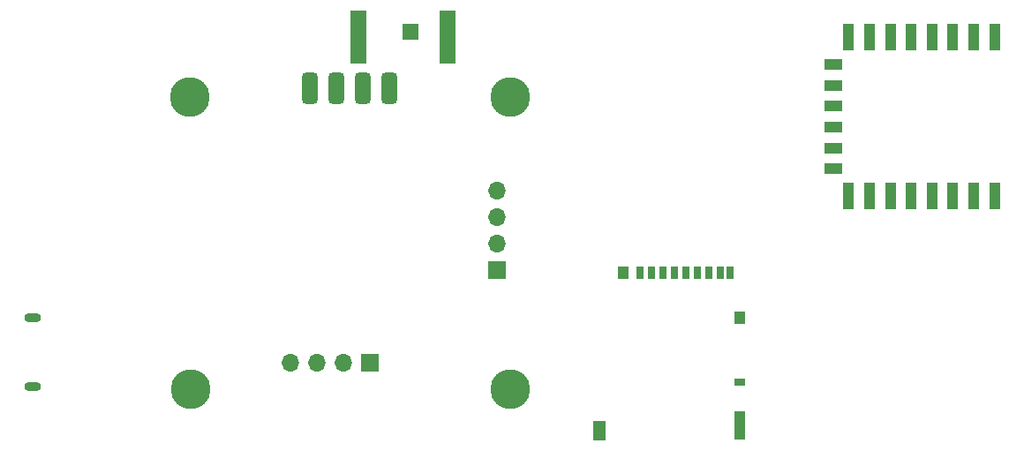
<source format=gbr>
%TF.GenerationSoftware,KiCad,Pcbnew,7.0.10-7.0.10~ubuntu22.04.1*%
%TF.CreationDate,2024-03-26T22:08:59+01:00*%
%TF.ProjectId,hackbat,6861636b-6261-4742-9e6b-696361645f70,rev?*%
%TF.SameCoordinates,Original*%
%TF.FileFunction,Soldermask,Bot*%
%TF.FilePolarity,Negative*%
%FSLAX46Y46*%
G04 Gerber Fmt 4.6, Leading zero omitted, Abs format (unit mm)*
G04 Created by KiCad (PCBNEW 7.0.10-7.0.10~ubuntu22.04.1) date 2024-03-26 22:08:59*
%MOMM*%
%LPD*%
G01*
G04 APERTURE LIST*
G04 Aperture macros list*
%AMRoundRect*
0 Rectangle with rounded corners*
0 $1 Rounding radius*
0 $2 $3 $4 $5 $6 $7 $8 $9 X,Y pos of 4 corners*
0 Add a 4 corners polygon primitive as box body*
4,1,4,$2,$3,$4,$5,$6,$7,$8,$9,$2,$3,0*
0 Add four circle primitives for the rounded corners*
1,1,$1+$1,$2,$3*
1,1,$1+$1,$4,$5*
1,1,$1+$1,$6,$7*
1,1,$1+$1,$8,$9*
0 Add four rect primitives between the rounded corners*
20,1,$1+$1,$2,$3,$4,$5,0*
20,1,$1+$1,$4,$5,$6,$7,0*
20,1,$1+$1,$6,$7,$8,$9,0*
20,1,$1+$1,$8,$9,$2,$3,0*%
G04 Aperture macros list end*
%ADD10R,1.700000X1.700000*%
%ADD11O,1.700000X1.700000*%
%ADD12R,1.500000X1.500000*%
%ADD13R,1.500000X5.080000*%
%ADD14C,3.800000*%
%ADD15RoundRect,0.375000X0.375000X-1.125000X0.375000X1.125000X-0.375000X1.125000X-0.375000X-1.125000X0*%
%ADD16O,1.600000X0.900000*%
%ADD17R,0.700000X1.200000*%
%ADD18R,1.000000X0.800000*%
%ADD19R,1.000000X2.800000*%
%ADD20R,1.000000X1.200000*%
%ADD21R,1.300000X1.900000*%
%ADD22R,1.000000X2.500000*%
%ADD23R,1.800000X1.000000*%
G04 APERTURE END LIST*
D10*
%TO.C,J5*%
X123820000Y-94200000D03*
D11*
X121280000Y-94200000D03*
X118740000Y-94200000D03*
X116200000Y-94200000D03*
%TD*%
D12*
%TO.C,AE1*%
X127750000Y-62500000D03*
%TD*%
D13*
%TO.C,J1*%
X122750000Y-62962500D03*
X131250000Y-62962500D03*
%TD*%
D14*
%TO.C,U5*%
X106550000Y-68750000D03*
X106650000Y-96750000D03*
X137300000Y-68750000D03*
X137300000Y-96750000D03*
D15*
X118100000Y-67900000D03*
X120640000Y-67900000D03*
X123180000Y-67900000D03*
X125720000Y-67900000D03*
%TD*%
D16*
%TO.C,J2*%
X91500000Y-89900000D03*
X91500000Y-96500000D03*
%TD*%
D17*
%TO.C,J4*%
X149725000Y-85600000D03*
X150825000Y-85600000D03*
X151925000Y-85600000D03*
X153025000Y-85600000D03*
X154125000Y-85600000D03*
X155225000Y-85600000D03*
X156325000Y-85600000D03*
X157425000Y-85600000D03*
X158375000Y-85600000D03*
D18*
X159325000Y-96100000D03*
D19*
X159325000Y-100250000D03*
D20*
X159325000Y-89900000D03*
X148175000Y-85600000D03*
D21*
X145825000Y-100700000D03*
%TD*%
D10*
%TO.C,J3*%
X136000000Y-85300000D03*
D11*
X136000000Y-82760000D03*
X136000000Y-80220000D03*
X136000000Y-77680000D03*
%TD*%
D22*
%TO.C,U4*%
X183750000Y-78200000D03*
X181750000Y-78200000D03*
X179750000Y-78200000D03*
X177750000Y-78200000D03*
X175750000Y-78200000D03*
X173750000Y-78200000D03*
X171750000Y-78200000D03*
X169750000Y-78200000D03*
D23*
X168250000Y-75600000D03*
X168250000Y-73600000D03*
X168250000Y-71600000D03*
X168250000Y-69600000D03*
X168250000Y-67600000D03*
X168250000Y-65600000D03*
D22*
X169750000Y-63000000D03*
X171750000Y-63000000D03*
X173750000Y-63000000D03*
X175750000Y-63000000D03*
X177750000Y-63000000D03*
X179750000Y-63000000D03*
X181750000Y-63000000D03*
X183750000Y-63000000D03*
%TD*%
M02*

</source>
